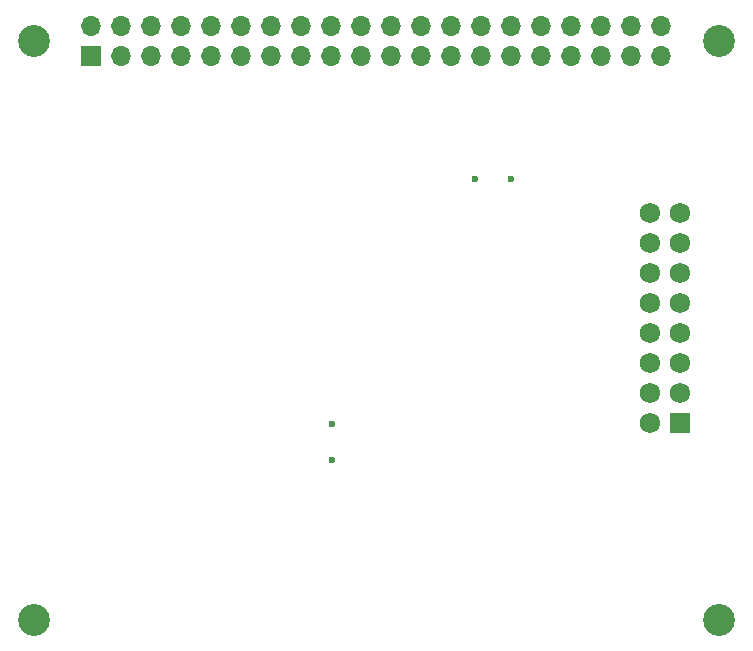
<source format=gbr>
G04 #@! TF.GenerationSoftware,KiCad,Pcbnew,(6.0.9)*
G04 #@! TF.CreationDate,2022-12-13T15:48:36+03:00*
G04 #@! TF.ProjectId,smuHAT,736d7548-4154-42e6-9b69-6361645f7063,2.2*
G04 #@! TF.SameCoordinates,Original*
G04 #@! TF.FileFunction,Soldermask,Bot*
G04 #@! TF.FilePolarity,Negative*
%FSLAX46Y46*%
G04 Gerber Fmt 4.6, Leading zero omitted, Abs format (unit mm)*
G04 Created by KiCad (PCBNEW (6.0.9)) date 2022-12-13 15:48:36*
%MOMM*%
%LPD*%
G01*
G04 APERTURE LIST*
%ADD10C,2.700000*%
%ADD11C,0.600000*%
%ADD12R,1.725000X1.725000*%
%ADD13C,1.725000*%
%ADD14R,1.700000X1.700000*%
%ADD15O,1.700000X1.700000*%
G04 APERTURE END LIST*
D10*
X117500000Y-75500000D03*
X175500000Y-75500000D03*
X117500000Y-124500000D03*
X175500000Y-124500000D03*
D11*
X142748000Y-107974000D03*
X142748000Y-110974000D03*
D12*
X172175000Y-107830000D03*
D13*
X169635000Y-107830000D03*
X172175000Y-105290000D03*
X169635000Y-105290000D03*
X172175000Y-102750000D03*
X169635000Y-102750000D03*
X172175000Y-100210000D03*
X169635000Y-100210000D03*
X172175000Y-97670000D03*
X169635000Y-97670000D03*
X172175000Y-95130000D03*
X169635000Y-95130000D03*
X172175000Y-92590000D03*
X169635000Y-92590000D03*
X172175000Y-90050000D03*
X169635000Y-90050000D03*
D11*
X157862400Y-87219200D03*
X154862400Y-87219200D03*
D14*
X122370000Y-76770000D03*
D15*
X122370000Y-74230000D03*
X124910000Y-76770000D03*
X124910000Y-74230000D03*
X127450000Y-76770000D03*
X127450000Y-74230000D03*
X129990000Y-76770000D03*
X129990000Y-74230000D03*
X132530000Y-76770000D03*
X132530000Y-74230000D03*
X135070000Y-76770000D03*
X135070000Y-74230000D03*
X137610000Y-76770000D03*
X137610000Y-74230000D03*
X140150000Y-76770000D03*
X140150000Y-74230000D03*
X142690000Y-76770000D03*
X142690000Y-74230000D03*
X145230000Y-76770000D03*
X145230000Y-74230000D03*
X147770000Y-76770000D03*
X147770000Y-74230000D03*
X150310000Y-76770000D03*
X150310000Y-74230000D03*
X152850000Y-76770000D03*
X152850000Y-74230000D03*
X155390000Y-76770000D03*
X155390000Y-74230000D03*
X157930000Y-76770000D03*
X157930000Y-74230000D03*
X160470000Y-76770000D03*
X160470000Y-74230000D03*
X163010000Y-76770000D03*
X163010000Y-74230000D03*
X165550000Y-76770000D03*
X165550000Y-74230000D03*
X168090000Y-76770000D03*
X168090000Y-74230000D03*
X170630000Y-76770000D03*
X170630000Y-74230000D03*
M02*

</source>
